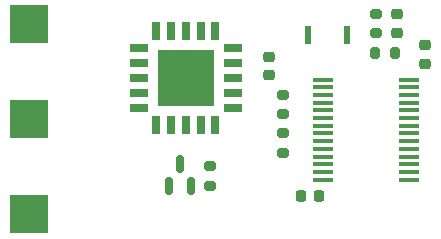
<source format=gbr>
%TF.GenerationSoftware,KiCad,Pcbnew,7.0.6*%
%TF.CreationDate,2024-02-06T14:07:09+09:00*%
%TF.ProjectId,CO2_sensor,434f325f-7365-46e7-936f-722e6b696361,rev?*%
%TF.SameCoordinates,Original*%
%TF.FileFunction,Paste,Bot*%
%TF.FilePolarity,Positive*%
%FSLAX46Y46*%
G04 Gerber Fmt 4.6, Leading zero omitted, Abs format (unit mm)*
G04 Created by KiCad (PCBNEW 7.0.6) date 2024-02-06 14:07:09*
%MOMM*%
%LPD*%
G01*
G04 APERTURE LIST*
G04 Aperture macros list*
%AMRoundRect*
0 Rectangle with rounded corners*
0 $1 Rounding radius*
0 $2 $3 $4 $5 $6 $7 $8 $9 X,Y pos of 4 corners*
0 Add a 4 corners polygon primitive as box body*
4,1,4,$2,$3,$4,$5,$6,$7,$8,$9,$2,$3,0*
0 Add four circle primitives for the rounded corners*
1,1,$1+$1,$2,$3*
1,1,$1+$1,$4,$5*
1,1,$1+$1,$6,$7*
1,1,$1+$1,$8,$9*
0 Add four rect primitives between the rounded corners*
20,1,$1+$1,$2,$3,$4,$5,0*
20,1,$1+$1,$4,$5,$6,$7,0*
20,1,$1+$1,$6,$7,$8,$9,0*
20,1,$1+$1,$8,$9,$2,$3,0*%
G04 Aperture macros list end*
%ADD10RoundRect,0.225000X0.250000X-0.225000X0.250000X0.225000X-0.250000X0.225000X-0.250000X-0.225000X0*%
%ADD11R,0.800000X1.500000*%
%ADD12R,1.500000X0.800000*%
%ADD13R,4.800000X4.800000*%
%ADD14R,1.651000X0.431800*%
%ADD15RoundRect,0.200000X0.275000X-0.200000X0.275000X0.200000X-0.275000X0.200000X-0.275000X-0.200000X0*%
%ADD16R,0.550000X1.500000*%
%ADD17RoundRect,0.225000X-0.250000X0.225000X-0.250000X-0.225000X0.250000X-0.225000X0.250000X0.225000X0*%
%ADD18RoundRect,0.150000X0.150000X-0.587500X0.150000X0.587500X-0.150000X0.587500X-0.150000X-0.587500X0*%
%ADD19RoundRect,0.200000X-0.275000X0.200000X-0.275000X-0.200000X0.275000X-0.200000X0.275000X0.200000X0*%
%ADD20RoundRect,0.200000X0.200000X0.275000X-0.200000X0.275000X-0.200000X-0.275000X0.200000X-0.275000X0*%
%ADD21R,3.200000X3.200000*%
%ADD22RoundRect,0.225000X-0.225000X-0.250000X0.225000X-0.250000X0.225000X0.250000X-0.225000X0.250000X0*%
G04 APERTURE END LIST*
D10*
%TO.C,C13*%
X191750000Y-116525000D03*
X191750000Y-114975000D03*
%TD*%
D11*
%TO.C,1*%
X182250000Y-112750000D03*
X183500000Y-112750000D03*
X184750000Y-112750000D03*
X186000000Y-112750000D03*
X187250000Y-112750000D03*
D12*
X188750000Y-114250000D03*
X188750000Y-115500000D03*
X188750000Y-116750000D03*
X188750000Y-118000000D03*
X188750000Y-119250000D03*
D11*
X187250000Y-120750000D03*
X186000000Y-120750000D03*
X184750000Y-120750000D03*
X183500000Y-120750000D03*
X182250000Y-120750000D03*
D12*
X180750000Y-119250000D03*
X180750000Y-118000000D03*
X180750000Y-116750000D03*
X180750000Y-115500000D03*
X180750000Y-114250000D03*
D13*
X184750000Y-116750000D03*
%TD*%
D14*
%TO.C,U1*%
X203632200Y-116900126D03*
X203632200Y-117550112D03*
X203632200Y-118200098D03*
X203632200Y-118850084D03*
X203632200Y-119500070D03*
X203632200Y-120150056D03*
X203632200Y-120800042D03*
X203632200Y-121450028D03*
X203632200Y-122100014D03*
X203632200Y-122750000D03*
X203632200Y-123399986D03*
X203632200Y-124049972D03*
X203632200Y-124699958D03*
X203632200Y-125349944D03*
X196367800Y-125349944D03*
X196367800Y-124699958D03*
X196367800Y-124049972D03*
X196367800Y-123399986D03*
X196367800Y-122750000D03*
X196367800Y-122100014D03*
X196367800Y-121450028D03*
X196367800Y-120800042D03*
X196367800Y-120150056D03*
X196367800Y-119500070D03*
X196367800Y-118850084D03*
X196367800Y-118200098D03*
X196367800Y-117550112D03*
X196367800Y-116900126D03*
%TD*%
D15*
%TO.C,R5*%
X200867800Y-112950035D03*
X200867800Y-111300035D03*
%TD*%
D16*
%TO.C,CB1*%
X198367800Y-113125035D03*
X195117800Y-113125035D03*
%TD*%
D17*
%TO.C,C14*%
X205000000Y-113975000D03*
X205000000Y-115525000D03*
%TD*%
D15*
%TO.C,R8*%
X193000000Y-119825000D03*
X193000000Y-118175000D03*
%TD*%
D18*
%TO.C,Q2*%
X185200000Y-125937500D03*
X183300000Y-125937500D03*
X184250000Y-124062500D03*
%TD*%
D17*
%TO.C,C12*%
X202617800Y-111350035D03*
X202617800Y-112900035D03*
%TD*%
D19*
%TO.C,R2*%
X186759249Y-124235911D03*
X186759249Y-125885911D03*
%TD*%
%TO.C,R9*%
X193000000Y-121425000D03*
X193000000Y-123075000D03*
%TD*%
D20*
%TO.C,R6*%
X202442800Y-114625035D03*
X200792800Y-114625035D03*
%TD*%
D21*
%TO.C,BT1*%
X171500000Y-128300000D03*
X171500000Y-112200000D03*
X171500000Y-120250000D03*
%TD*%
D22*
%TO.C,C5*%
X194475000Y-126750000D03*
X196025000Y-126750000D03*
%TD*%
M02*

</source>
